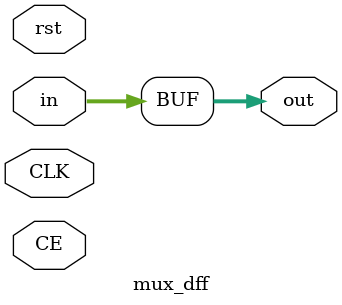
<source format=v>
module mux_dff(CLK,rst,in,out,CE);
parameter  WIDTH=8 ;
parameter sync="SYNC";
parameter sel=0;
input CLK,rst,CE;
input[WIDTH-1:0] in;
output [WIDTH-1:0] out;
reg[WIDTH-1:0] dff_out;
generate
    if(sync=="ASYNC")begin
always @(posedge CLK or posedge rst) begin
if(rst) dff_out<=0;
else if(CE) dff_out<=in;
end
end
else begin
always @(posedge CLK) begin
if(rst) dff_out<=0;
else if(CE) dff_out<=in;
end
end
endgenerate
assign out=(sel==1)? dff_out:in;
endmodule


</source>
